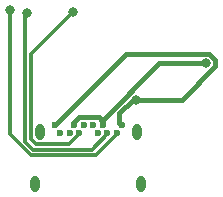
<source format=gbr>
%TF.GenerationSoftware,KiCad,Pcbnew,7.0.5*%
%TF.CreationDate,2024-03-05T09:12:16-05:00*%
%TF.ProjectId,female_connector,66656d61-6c65-45f6-936f-6e6e6563746f,rev?*%
%TF.SameCoordinates,Original*%
%TF.FileFunction,Copper,L2,Bot*%
%TF.FilePolarity,Positive*%
%FSLAX46Y46*%
G04 Gerber Fmt 4.6, Leading zero omitted, Abs format (unit mm)*
G04 Created by KiCad (PCBNEW 7.0.5) date 2024-03-05 09:12:16*
%MOMM*%
%LPD*%
G01*
G04 APERTURE LIST*
%TA.AperFunction,ComponentPad*%
%ADD10C,0.600000*%
%TD*%
%TA.AperFunction,ComponentPad*%
%ADD11O,0.800000X1.400000*%
%TD*%
%TA.AperFunction,ViaPad*%
%ADD12C,0.800000*%
%TD*%
%TA.AperFunction,Conductor*%
%ADD13C,0.400000*%
%TD*%
%TA.AperFunction,Conductor*%
%ADD14C,0.300000*%
%TD*%
G04 APERTURE END LIST*
D10*
%TO.P,J2,B1,b1*%
%TO.N,GND*%
X143135000Y-88990000D03*
%TO.P,J2,B2,b2*%
%TO.N,/CAN2_H*%
X142735000Y-89690000D03*
%TO.P,J2,B3,b3*%
%TO.N,/CAN2_L*%
X141935000Y-89690000D03*
%TO.P,J2,B4,b4*%
%TO.N,+12V*%
X141535000Y-88990000D03*
%TO.P,J2,B5,b5*%
%TO.N,unconnected-(J2-b5-PadB5)*%
X141135000Y-89690000D03*
%TO.P,J2,B6,b6*%
%TO.N,unconnected-(J2-b6-PadB6)*%
X140735000Y-88990000D03*
%TO.P,J2,B7,b7*%
%TO.N,unconnected-(J2-b7-PadB7)*%
X139935000Y-88990000D03*
%TO.P,J2,B8,b8*%
%TO.N,/SBU2*%
X139535000Y-89690000D03*
%TO.P,J2,B9,b9*%
%TO.N,+12V*%
X139135000Y-88990000D03*
%TO.P,J2,B10,b10*%
%TO.N,/CAN3_L*%
X138735000Y-89690000D03*
%TO.P,J2,B11,b11*%
%TO.N,/CAN3_H*%
X137935000Y-89690000D03*
%TO.P,J2,B12,b12*%
%TO.N,GND*%
X137535000Y-88990000D03*
D11*
%TO.P,J2,S1*%
%TO.N,N/C*%
X136205000Y-89580000D03*
%TO.P,J2,S2*%
X144465000Y-89580000D03*
%TO.P,J2,S3*%
X135845000Y-93980000D03*
%TO.P,J2,S4*%
X144825000Y-93980000D03*
%TD*%
D12*
%TO.N,+12V*%
X150254100Y-83772800D03*
%TO.N,GND*%
X144358400Y-86837600D03*
%TO.N,/CAN2_H*%
X133694600Y-79214000D03*
%TO.N,/CAN2_L*%
X135103900Y-79526000D03*
%TO.N,/SBU2*%
X138986500Y-79426500D03*
%TD*%
D13*
%TO.N,+12V*%
X141535000Y-88990000D02*
X141535000Y-88659800D01*
X146330100Y-83772800D02*
X150254100Y-83772800D01*
X141212300Y-88337100D02*
X139559700Y-88337100D01*
X141489100Y-88613800D02*
X141212300Y-88337100D01*
X139559700Y-88337100D02*
X139135000Y-88761800D01*
X141489100Y-88613800D02*
X146330100Y-83772800D01*
X139135000Y-88761800D02*
X139135000Y-88990000D01*
X141535000Y-88659800D02*
X141489100Y-88613800D01*
%TO.N,GND*%
X151062400Y-83515500D02*
X150539700Y-82992800D01*
X142957600Y-88812600D02*
X143135000Y-88990000D01*
X151062400Y-84027800D02*
X151062400Y-83515500D01*
X142957600Y-88006700D02*
X142957600Y-88812600D01*
X144358400Y-86837600D02*
X144126700Y-86837600D01*
X144358400Y-86837600D02*
X148252600Y-86837600D01*
X144126700Y-86837600D02*
X142957600Y-88006700D01*
X150539700Y-82992800D02*
X143532200Y-82992800D01*
X143532200Y-82992800D02*
X137535000Y-88990000D01*
X148252600Y-86837600D02*
X151062400Y-84027800D01*
D14*
%TO.N,/CAN2_H*%
X140973300Y-91531300D02*
X142735000Y-89769600D01*
X142735000Y-89769600D02*
X142735000Y-89690000D01*
X133694600Y-89768100D02*
X135457800Y-91531300D01*
X135457800Y-91531300D02*
X140973300Y-91531300D01*
X133694600Y-79214000D02*
X133694600Y-89768100D01*
%TO.N,/CAN2_L*%
X134972100Y-79657800D02*
X134972100Y-90394000D01*
X134972100Y-90394000D02*
X135655900Y-91077800D01*
X140619600Y-91077800D02*
X141935000Y-89762400D01*
X135103900Y-79526000D02*
X134972100Y-79657800D01*
X141935000Y-89762400D02*
X141935000Y-89690000D01*
X135655900Y-91077800D02*
X140619600Y-91077800D01*
%TO.N,/SBU2*%
X135878900Y-90603200D02*
X135464200Y-90188500D01*
X139535000Y-89690000D02*
X139535000Y-89785400D01*
X138717200Y-90603200D02*
X135878900Y-90603200D01*
X135464200Y-90188500D02*
X135464200Y-82948800D01*
X139535000Y-89785400D02*
X138717200Y-90603200D01*
X135464200Y-82948800D02*
X138986500Y-79426500D01*
%TD*%
M02*

</source>
